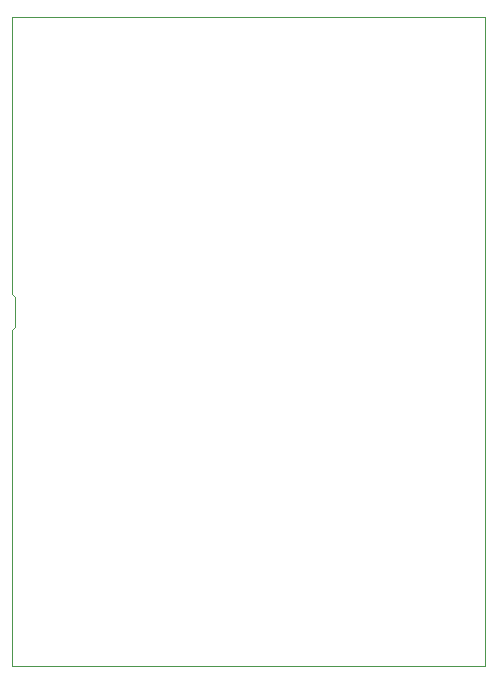
<source format=gbr>
%TF.GenerationSoftware,KiCad,Pcbnew,(7.0.0)*%
%TF.CreationDate,2023-02-18T15:12:11+00:00*%
%TF.ProjectId,ps2usb,70733275-7362-42e6-9b69-6361645f7063,rev?*%
%TF.SameCoordinates,Original*%
%TF.FileFunction,Profile,NP*%
%FSLAX46Y46*%
G04 Gerber Fmt 4.6, Leading zero omitted, Abs format (unit mm)*
G04 Created by KiCad (PCBNEW (7.0.0)) date 2023-02-18 15:12:11*
%MOMM*%
%LPD*%
G01*
G04 APERTURE LIST*
%TA.AperFunction,Profile*%
%ADD10C,0.100000*%
%TD*%
G04 APERTURE END LIST*
D10*
X97000000Y-67500000D02*
X137000000Y-67500000D01*
X137000000Y-122500000D02*
X97000000Y-122500000D01*
X97000000Y-91000000D02*
X97250000Y-91250000D01*
X97000000Y-91000000D02*
X97000000Y-67500000D01*
X97250000Y-91250000D02*
X97250000Y-93750000D01*
X137000000Y-67500000D02*
X137000000Y-122500000D01*
X97250000Y-93750000D02*
X97000000Y-94000000D01*
X97000000Y-122500000D02*
X97000000Y-94000000D01*
M02*

</source>
